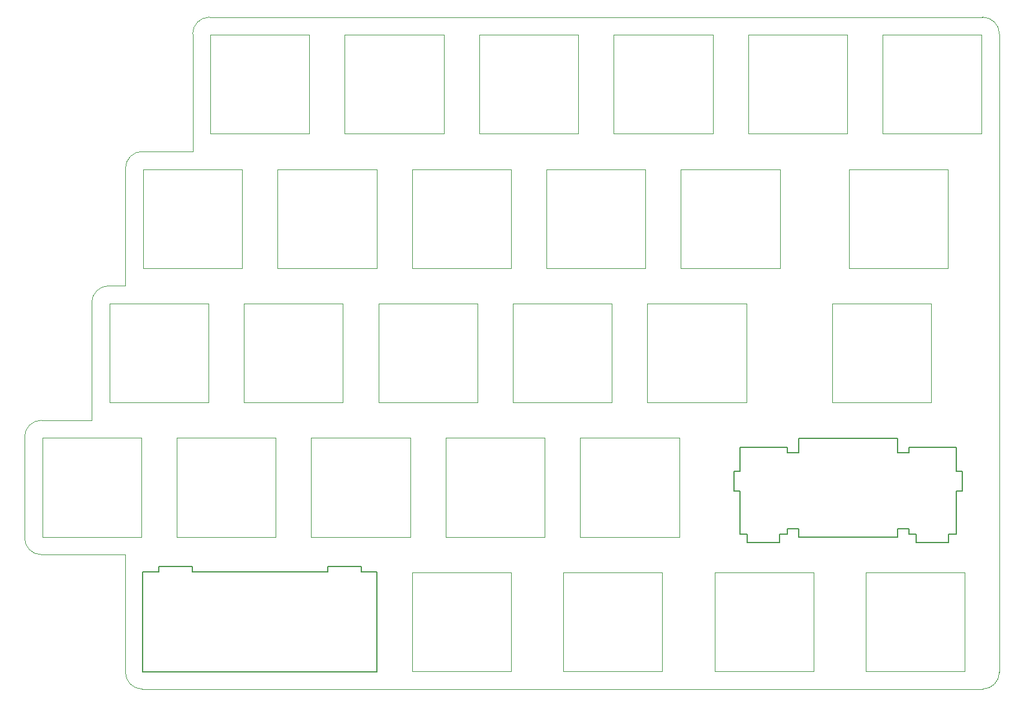
<source format=gm1>
G04 #@! TF.GenerationSoftware,KiCad,Pcbnew,5.1.2-f72e74a~84~ubuntu18.04.1*
G04 #@! TF.CreationDate,2019-06-18T11:56:32+09:00*
G04 #@! TF.ProjectId,left-top-mirror,6c656674-2d74-46f7-902d-6d6972726f72,rev?*
G04 #@! TF.SameCoordinates,Original*
G04 #@! TF.FileFunction,Profile,NP*
%FSLAX46Y46*%
G04 Gerber Fmt 4.6, Leading zero omitted, Abs format (unit mm)*
G04 Created by KiCad (PCBNEW 5.1.2-f72e74a~84~ubuntu18.04.1) date 2019-06-18 11:56:32*
%MOMM*%
%LPD*%
G04 APERTURE LIST*
%ADD10C,0.050000*%
%ADD11C,0.100000*%
%ADD12C,0.200000*%
%ADD13C,0.152400*%
G04 APERTURE END LIST*
D10*
X74785000Y-79910000D02*
G75*
G03X72410000Y-82285000I0J-2375000D01*
G01*
X79535000Y-60910000D02*
G75*
G03X77160000Y-63285000I0J-2375000D01*
G01*
X198285000Y-136910000D02*
X79535000Y-136910000D01*
X77160000Y-134535000D02*
X77160000Y-117910000D01*
X77160000Y-117910000D02*
X65285000Y-117910000D01*
X62910000Y-115535000D02*
X62910000Y-101285000D01*
X65285000Y-98910000D02*
X72410000Y-98910000D01*
X72410000Y-98910000D02*
X72410000Y-82285000D01*
X74785000Y-79910000D02*
X77160000Y-79910000D01*
X77160000Y-79910000D02*
X77160000Y-63285000D01*
X79535000Y-60910000D02*
X86660000Y-60910000D01*
X86660000Y-60910000D02*
X86660000Y-44285000D01*
X89035000Y-41910000D02*
X198285000Y-41910000D01*
X200660000Y-44285000D02*
X200660000Y-134535000D01*
X89035000Y-41910000D02*
G75*
G03X86660000Y-44285000I0J-2375000D01*
G01*
X198285000Y-136910000D02*
G75*
G03X200660000Y-134535000I0J2375000D01*
G01*
X62910000Y-115535000D02*
G75*
G03X65285000Y-117910000I2375000J0D01*
G01*
X65285000Y-98910000D02*
G75*
G03X62910000Y-101285000I0J-2375000D01*
G01*
X77160000Y-134535000D02*
G75*
G03X79535000Y-136910000I2375000J0D01*
G01*
X200660000Y-44285000D02*
G75*
G03X198285000Y-41910000I-2375000J0D01*
G01*
D11*
X84410000Y-101410000D02*
X98410000Y-101410000D01*
X98410000Y-101410000D02*
X98410000Y-115410000D01*
X98410000Y-115410000D02*
X84410000Y-115410000D01*
X84410000Y-115410000D02*
X84410000Y-101410000D01*
X160410000Y-120410000D02*
X174410000Y-120410000D01*
X174410000Y-120410000D02*
X174410000Y-134410000D01*
X174410000Y-134410000D02*
X160410000Y-134410000D01*
X160410000Y-134410000D02*
X160410000Y-120410000D01*
X165160000Y-44410000D02*
X179160000Y-44410000D01*
X179160000Y-44410000D02*
X179160000Y-58410000D01*
X179160000Y-58410000D02*
X165160000Y-58410000D01*
X165160000Y-58410000D02*
X165160000Y-44410000D01*
D12*
X103149000Y-134471149D02*
X103160000Y-134470050D01*
X103160000Y-134470050D02*
X103174000Y-134465650D01*
X103174000Y-134465650D02*
X103185000Y-134459949D01*
X103185000Y-134459949D02*
X112657999Y-134459949D01*
X112657999Y-134459949D02*
X112660000Y-134460149D01*
X112660000Y-134460149D02*
X112662000Y-134459949D01*
X112662000Y-134459949D02*
X112669999Y-134459250D01*
X112669999Y-134459250D02*
X112679000Y-134456350D01*
X112679000Y-134456350D02*
X112687999Y-134451749D01*
X112687999Y-134451749D02*
X112696000Y-134445449D01*
X112696000Y-134445449D02*
X112702000Y-134437850D01*
X112702000Y-134437850D02*
X112705999Y-134429149D01*
X112705999Y-134429149D02*
X112709000Y-134419749D01*
X112709000Y-134419749D02*
X112710000Y-134409949D01*
X112710000Y-134409949D02*
X112710000Y-134407550D01*
X112710000Y-134407550D02*
X112710000Y-120412350D01*
X112710000Y-120412350D02*
X112710000Y-120409950D01*
X112710000Y-120409950D02*
X112709000Y-120400150D01*
X112709000Y-120400150D02*
X112705999Y-120390750D01*
X112705999Y-120390750D02*
X112702000Y-120382050D01*
X112702000Y-120382050D02*
X112696000Y-120374450D01*
X112696000Y-120374450D02*
X112687999Y-120368151D01*
X112687999Y-120368151D02*
X112679000Y-120363550D01*
X112679000Y-120363550D02*
X112669999Y-120360650D01*
X112669999Y-120360650D02*
X112662000Y-120359951D01*
X112662000Y-120359951D02*
X112660000Y-120359750D01*
X112660000Y-120359750D02*
X112657999Y-120359951D01*
X112657999Y-120359951D02*
X110460000Y-120359951D01*
X110460000Y-120359951D02*
X110460000Y-119641251D01*
X110460000Y-119641251D02*
X110460999Y-119637550D01*
X110460999Y-119637550D02*
X110459000Y-119622650D01*
X110459000Y-119622650D02*
X110454999Y-119608251D01*
X110454999Y-119608251D02*
X110448000Y-119595051D01*
X110448000Y-119595051D02*
X110437999Y-119583451D01*
X110437999Y-119583451D02*
X110427000Y-119573850D01*
X110427000Y-119573850D02*
X110412999Y-119566850D01*
X110412999Y-119566850D02*
X110399000Y-119562451D01*
X110399000Y-119562451D02*
X110388000Y-119561350D01*
X110388000Y-119561350D02*
X110383999Y-119560950D01*
X110383999Y-119560950D02*
X110380000Y-119561350D01*
X110380000Y-119561350D02*
X105816000Y-119561350D01*
X105816000Y-119561350D02*
X105811999Y-119560950D01*
X105811999Y-119560950D02*
X105797000Y-119562451D01*
X105797000Y-119562451D02*
X105782999Y-119566850D01*
X105782999Y-119566850D02*
X105769000Y-119573850D01*
X105769000Y-119573850D02*
X105758000Y-119583451D01*
X105758000Y-119583451D02*
X105747999Y-119595051D01*
X105747999Y-119595051D02*
X105740999Y-119608251D01*
X105740999Y-119608251D02*
X105736999Y-119622650D01*
X105736999Y-119622650D02*
X105734999Y-119637550D01*
X105734999Y-119637550D02*
X105735999Y-119641251D01*
X105735999Y-119641251D02*
X105735999Y-120359951D01*
X105735999Y-120359951D02*
X103185000Y-120359951D01*
X103185000Y-120359951D02*
X103174000Y-120354250D01*
X103174000Y-120354250D02*
X103160000Y-120349850D01*
X103160000Y-120349850D02*
X103149000Y-120348750D01*
X103149000Y-120348750D02*
X103145000Y-120348350D01*
X103145000Y-120348350D02*
X103140999Y-120348750D01*
X103140999Y-120348750D02*
X89179001Y-120348750D01*
X89179001Y-120348750D02*
X89175000Y-120348350D01*
X89175000Y-120348350D02*
X89160000Y-120349850D01*
X89160000Y-120349850D02*
X89146000Y-120354250D01*
X89146000Y-120354250D02*
X89135000Y-120359951D01*
X89135000Y-120359951D02*
X86584001Y-120359951D01*
X86584001Y-120359951D02*
X86584001Y-119641251D01*
X86584001Y-119641251D02*
X86585001Y-119637550D01*
X86585001Y-119637550D02*
X86583001Y-119622650D01*
X86583001Y-119622650D02*
X86579001Y-119608251D01*
X86579001Y-119608251D02*
X86572001Y-119595051D01*
X86572001Y-119595051D02*
X86562000Y-119583451D01*
X86562000Y-119583451D02*
X86551000Y-119573850D01*
X86551000Y-119573850D02*
X86537001Y-119566850D01*
X86537001Y-119566850D02*
X86523000Y-119562451D01*
X86523000Y-119562451D02*
X86512001Y-119561350D01*
X86512001Y-119561350D02*
X86508001Y-119560950D01*
X86508001Y-119560950D02*
X86504000Y-119561350D01*
X86504000Y-119561350D02*
X81940000Y-119561350D01*
X81940000Y-119561350D02*
X81936001Y-119560950D01*
X81936001Y-119560950D02*
X81921000Y-119562451D01*
X81921000Y-119562451D02*
X81907001Y-119566850D01*
X81907001Y-119566850D02*
X81893000Y-119573850D01*
X81893000Y-119573850D02*
X81882001Y-119583451D01*
X81882001Y-119583451D02*
X81872000Y-119595051D01*
X81872000Y-119595051D02*
X81865001Y-119608251D01*
X81865001Y-119608251D02*
X81861000Y-119622650D01*
X81861000Y-119622650D02*
X81859001Y-119637550D01*
X81859001Y-119637550D02*
X81860000Y-119641251D01*
X81860000Y-119641251D02*
X81860000Y-120359951D01*
X81860000Y-120359951D02*
X79662001Y-120359951D01*
X79662001Y-120359951D02*
X79660000Y-120359750D01*
X79660000Y-120359750D02*
X79658000Y-120359951D01*
X79658000Y-120359951D02*
X79650001Y-120360650D01*
X79650001Y-120360650D02*
X79641000Y-120363550D01*
X79641000Y-120363550D02*
X79632001Y-120368151D01*
X79632001Y-120368151D02*
X79624000Y-120374450D01*
X79624000Y-120374450D02*
X79618000Y-120382050D01*
X79618000Y-120382050D02*
X79614001Y-120390750D01*
X79614001Y-120390750D02*
X79611000Y-120400150D01*
X79611000Y-120400150D02*
X79610000Y-120409950D01*
X79610000Y-120409950D02*
X79610000Y-120412450D01*
X79610000Y-120412450D02*
X79610000Y-134407550D01*
X79610000Y-134407550D02*
X79610000Y-134409949D01*
X79610000Y-134409949D02*
X79611000Y-134419749D01*
X79611000Y-134419749D02*
X79614001Y-134429149D01*
X79614001Y-134429149D02*
X79618000Y-134437850D01*
X79618000Y-134437850D02*
X79624000Y-134445449D01*
X79624000Y-134445449D02*
X79632001Y-134451749D01*
X79632001Y-134451749D02*
X79641000Y-134456350D01*
X79641000Y-134456350D02*
X79650001Y-134459250D01*
X79650001Y-134459250D02*
X79658000Y-134459949D01*
X79658000Y-134459949D02*
X79660000Y-134460149D01*
X79660000Y-134460149D02*
X79662001Y-134459949D01*
X79662001Y-134459949D02*
X89135000Y-134459949D01*
X89135000Y-134459949D02*
X89146000Y-134465650D01*
X89146000Y-134465650D02*
X89160000Y-134470050D01*
X89160000Y-134470050D02*
X89171000Y-134471149D01*
X89171000Y-134471149D02*
X89175000Y-134471549D01*
X89175000Y-134471549D02*
X89179001Y-134471149D01*
X89179001Y-134471149D02*
X103140999Y-134471149D01*
X103140999Y-134471149D02*
X103145000Y-134471549D01*
X103145000Y-134471549D02*
X103149000Y-134471149D01*
D11*
X131910000Y-82410000D02*
X145910000Y-82410000D01*
X145910000Y-82410000D02*
X145910000Y-96410000D01*
X145910000Y-96410000D02*
X131910000Y-96410000D01*
X131910000Y-96410000D02*
X131910000Y-82410000D01*
X93910000Y-82410000D02*
X107910000Y-82410000D01*
X107910000Y-82410000D02*
X107910000Y-96410000D01*
X107910000Y-96410000D02*
X93910000Y-96410000D01*
X93910000Y-96410000D02*
X93910000Y-82410000D01*
X146160000Y-44410000D02*
X160160000Y-44410000D01*
X160160000Y-44410000D02*
X160160000Y-58410000D01*
X160160000Y-58410000D02*
X146160000Y-58410000D01*
X146160000Y-58410000D02*
X146160000Y-44410000D01*
X112910000Y-82410000D02*
X126910000Y-82410000D01*
X126910000Y-82410000D02*
X126910000Y-96410000D01*
X126910000Y-96410000D02*
X112910000Y-96410000D01*
X112910000Y-96410000D02*
X112910000Y-82410000D01*
X155660000Y-63410000D02*
X169660000Y-63410000D01*
X169660000Y-63410000D02*
X169660000Y-77410000D01*
X169660000Y-77410000D02*
X155660000Y-77410000D01*
X155660000Y-77410000D02*
X155660000Y-63410000D01*
X127160000Y-44410000D02*
X141160000Y-44410000D01*
X141160000Y-44410000D02*
X141160000Y-58410000D01*
X141160000Y-58410000D02*
X127160000Y-58410000D01*
X127160000Y-58410000D02*
X127160000Y-44410000D01*
D13*
X186270000Y-103533200D02*
X186270000Y-101425000D01*
X187895600Y-103533200D02*
X186270000Y-103533200D01*
X187895600Y-102720400D02*
X187895600Y-103533200D01*
X194550400Y-102720400D02*
X187895600Y-102720400D01*
X194550400Y-106124000D02*
X194550400Y-102720400D01*
X195414000Y-106124000D02*
X194550400Y-106124000D01*
X195414000Y-108918000D02*
X195414000Y-106124000D01*
X194550400Y-108918000D02*
X195414000Y-108918000D01*
X194550400Y-115014000D02*
X194550400Y-108918000D01*
X193509000Y-115014000D02*
X194550400Y-115014000D01*
X193509000Y-116182400D02*
X193509000Y-115014000D01*
X188937000Y-116182400D02*
X193509000Y-116182400D01*
X188937000Y-115014000D02*
X188937000Y-116182400D01*
X187895600Y-115014000D02*
X188937000Y-115014000D01*
X187895600Y-114226600D02*
X187895600Y-115014000D01*
X186270000Y-114226600D02*
X187895600Y-114226600D01*
X186270000Y-115395000D02*
X186270000Y-114226600D01*
X172300000Y-115395000D02*
X186270000Y-115395000D01*
X172300000Y-114226600D02*
X172300000Y-115395000D01*
X170674400Y-114226600D02*
X172300000Y-114226600D01*
X170674400Y-115014000D02*
X170674400Y-114226600D01*
X169633000Y-115014000D02*
X170674400Y-115014000D01*
X169633000Y-116182400D02*
X169633000Y-115014000D01*
X165061000Y-116182400D02*
X169633000Y-116182400D01*
X165061000Y-115014000D02*
X165061000Y-116182400D01*
X164019600Y-115014000D02*
X165061000Y-115014000D01*
X164019600Y-108918000D02*
X164019600Y-115014000D01*
X163156000Y-108918000D02*
X164019600Y-108918000D01*
X163156000Y-106124000D02*
X163156000Y-108918000D01*
X164019600Y-106124000D02*
X163156000Y-106124000D01*
X164019600Y-102720400D02*
X164019600Y-106124000D01*
X170674400Y-102720400D02*
X164019600Y-102720400D01*
X170674400Y-103533200D02*
X170674400Y-102720400D01*
X172300000Y-103533200D02*
X170674400Y-103533200D01*
X172300000Y-101425000D02*
X172300000Y-103533200D01*
X186270000Y-101425000D02*
X172300000Y-101425000D01*
D11*
X89160000Y-44410000D02*
X103160000Y-44410000D01*
X103160000Y-44410000D02*
X103160000Y-58410000D01*
X103160000Y-58410000D02*
X89160000Y-58410000D01*
X89160000Y-58410000D02*
X89160000Y-44410000D01*
X177035000Y-82410000D02*
X191035000Y-82410000D01*
X191035000Y-82410000D02*
X191035000Y-96410000D01*
X191035000Y-96410000D02*
X177035000Y-96410000D01*
X177035000Y-96410000D02*
X177035000Y-82410000D01*
X122410000Y-101410000D02*
X136410000Y-101410000D01*
X136410000Y-101410000D02*
X136410000Y-115410000D01*
X136410000Y-115410000D02*
X122410000Y-115410000D01*
X122410000Y-115410000D02*
X122410000Y-101410000D01*
X179410000Y-63410000D02*
X193410000Y-63410000D01*
X193410000Y-63410000D02*
X193410000Y-77410000D01*
X193410000Y-77410000D02*
X179410000Y-77410000D01*
X179410000Y-77410000D02*
X179410000Y-63410000D01*
X150910000Y-82410000D02*
X164910000Y-82410000D01*
X164910000Y-82410000D02*
X164910000Y-96410000D01*
X164910000Y-96410000D02*
X150910000Y-96410000D01*
X150910000Y-96410000D02*
X150910000Y-82410000D01*
X117660000Y-120410000D02*
X131660000Y-120410000D01*
X131660000Y-120410000D02*
X131660000Y-134410000D01*
X131660000Y-134410000D02*
X117660000Y-134410000D01*
X117660000Y-134410000D02*
X117660000Y-120410000D01*
X181785000Y-120410000D02*
X195785000Y-120410000D01*
X195785000Y-120410000D02*
X195785000Y-134410000D01*
X195785000Y-134410000D02*
X181785000Y-134410000D01*
X181785000Y-134410000D02*
X181785000Y-120410000D01*
X139035000Y-120410000D02*
X153035000Y-120410000D01*
X153035000Y-120410000D02*
X153035000Y-134410000D01*
X153035000Y-134410000D02*
X139035000Y-134410000D01*
X139035000Y-134410000D02*
X139035000Y-120410000D01*
X136660000Y-63410000D02*
X150660000Y-63410000D01*
X150660000Y-63410000D02*
X150660000Y-77410000D01*
X150660000Y-77410000D02*
X136660000Y-77410000D01*
X136660000Y-77410000D02*
X136660000Y-63410000D01*
X184160000Y-44410000D02*
X198160000Y-44410000D01*
X198160000Y-44410000D02*
X198160000Y-58410000D01*
X198160000Y-58410000D02*
X184160000Y-58410000D01*
X184160000Y-58410000D02*
X184160000Y-44410000D01*
X103410000Y-101410000D02*
X117410000Y-101410000D01*
X117410000Y-101410000D02*
X117410000Y-115410000D01*
X117410000Y-115410000D02*
X103410000Y-115410000D01*
X103410000Y-115410000D02*
X103410000Y-101410000D01*
X141410000Y-101410000D02*
X155410000Y-101410000D01*
X155410000Y-101410000D02*
X155410000Y-115410000D01*
X155410000Y-115410000D02*
X141410000Y-115410000D01*
X141410000Y-115410000D02*
X141410000Y-101410000D01*
X108160000Y-44410000D02*
X122160000Y-44410000D01*
X122160000Y-44410000D02*
X122160000Y-58410000D01*
X122160000Y-58410000D02*
X108160000Y-58410000D01*
X108160000Y-58410000D02*
X108160000Y-44410000D01*
X79660000Y-63410000D02*
X93660000Y-63410000D01*
X93660000Y-63410000D02*
X93660000Y-77410000D01*
X93660000Y-77410000D02*
X79660000Y-77410000D01*
X79660000Y-77410000D02*
X79660000Y-63410000D01*
X98660000Y-63410000D02*
X112660000Y-63410000D01*
X112660000Y-63410000D02*
X112660000Y-77410000D01*
X112660000Y-77410000D02*
X98660000Y-77410000D01*
X98660000Y-77410000D02*
X98660000Y-63410000D01*
X65410000Y-101410000D02*
X79410000Y-101410000D01*
X79410000Y-101410000D02*
X79410000Y-115410000D01*
X79410000Y-115410000D02*
X65410000Y-115410000D01*
X65410000Y-115410000D02*
X65410000Y-101410000D01*
X74910000Y-82410000D02*
X88910000Y-82410000D01*
X88910000Y-82410000D02*
X88910000Y-96410000D01*
X88910000Y-96410000D02*
X74910000Y-96410000D01*
X74910000Y-96410000D02*
X74910000Y-82410000D01*
X117660000Y-63410000D02*
X131660000Y-63410000D01*
X131660000Y-63410000D02*
X131660000Y-77410000D01*
X131660000Y-77410000D02*
X117660000Y-77410000D01*
X117660000Y-77410000D02*
X117660000Y-63410000D01*
M02*

</source>
